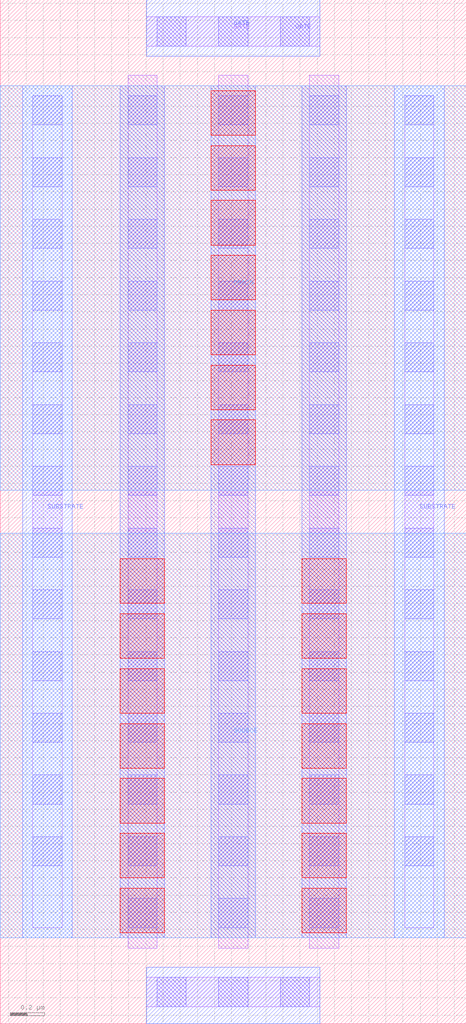
<source format=lef>
# Copyright 2020 The SkyWater PDK Authors
#
# Licensed under the Apache License, Version 2.0 (the "License");
# you may not use this file except in compliance with the License.
# You may obtain a copy of the License at
#
#     https://www.apache.org/licenses/LICENSE-2.0
#
# Unless required by applicable law or agreed to in writing, software
# distributed under the License is distributed on an "AS IS" BASIS,
# WITHOUT WARRANTIES OR CONDITIONS OF ANY KIND, either express or implied.
# See the License for the specific language governing permissions and
# limitations under the License.
#
# SPDX-License-Identifier: Apache-2.0

VERSION 5.7 ;
  NOWIREEXTENSIONATPIN ON ;
  DIVIDERCHAR "/" ;
  BUSBITCHARS "[]" ;
MACRO sky130_fd_pr__rf_nfet_01v8_aM02W5p00L0p25
  CLASS BLOCK ;
  FOREIGN sky130_fd_pr__rf_nfet_01v8_aM02W5p00L0p25 ;
  ORIGIN -0.050000 -0.050000 ;
  SIZE  2.720000 BY  5.970000 ;
  PIN DRAIN
    ANTENNADIFFAREA  1.414000 ;
    PORT
      LAYER met2 ;
        RECT 0.050000 3.160000 2.770000 5.520000 ;
    END
  END DRAIN
  PIN GATE
    ANTENNAGATEAREA  2.525000 ;
    PORT
      LAYER li1 ;
        RECT 0.905000 0.150000 1.915000 0.320000 ;
        RECT 0.905000 5.750000 1.915000 5.920000 ;
      LAYER mcon ;
        RECT 0.965000 0.150000 1.135000 0.320000 ;
        RECT 0.965000 5.750000 1.135000 5.920000 ;
        RECT 1.325000 0.150000 1.495000 0.320000 ;
        RECT 1.325000 5.750000 1.495000 5.920000 ;
        RECT 1.685000 0.150000 1.855000 0.320000 ;
        RECT 1.685000 5.750000 1.855000 5.920000 ;
    END
    PORT
      LAYER met1 ;
        RECT 0.905000 0.050000 1.915000 0.380000 ;
        RECT 0.905000 5.690000 1.915000 6.020000 ;
    END
  END GATE
  PIN SOURCE
    ANTENNADIFFAREA  2.828000 ;
    PORT
      LAYER met2 ;
        RECT 0.050000 0.550000 2.770000 2.910000 ;
    END
  END SOURCE
  PIN SUBSTRATE
    ANTENNADIFFAREA  1.464500 ;
    PORT
      LAYER met1 ;
        RECT 0.180000 0.550000 0.470000 5.520000 ;
    END
    PORT
      LAYER met1 ;
        RECT 2.350000 0.550000 2.640000 5.520000 ;
    END
  END SUBSTRATE
  OBS
    LAYER li1 ;
      RECT 0.240000 0.610000 0.410000 5.460000 ;
      RECT 0.795000 0.490000 0.965000 5.580000 ;
      RECT 1.325000 0.490000 1.495000 5.580000 ;
      RECT 1.855000 0.490000 2.025000 5.580000 ;
      RECT 2.410000 0.610000 2.580000 5.460000 ;
    LAYER mcon ;
      RECT 0.240000 0.970000 0.410000 1.140000 ;
      RECT 0.240000 1.330000 0.410000 1.500000 ;
      RECT 0.240000 1.690000 0.410000 1.860000 ;
      RECT 0.240000 2.050000 0.410000 2.220000 ;
      RECT 0.240000 2.410000 0.410000 2.580000 ;
      RECT 0.240000 2.770000 0.410000 2.940000 ;
      RECT 0.240000 3.130000 0.410000 3.300000 ;
      RECT 0.240000 3.490000 0.410000 3.660000 ;
      RECT 0.240000 3.850000 0.410000 4.020000 ;
      RECT 0.240000 4.210000 0.410000 4.380000 ;
      RECT 0.240000 4.570000 0.410000 4.740000 ;
      RECT 0.240000 4.930000 0.410000 5.100000 ;
      RECT 0.240000 5.290000 0.410000 5.460000 ;
      RECT 0.795000 0.610000 0.965000 0.780000 ;
      RECT 0.795000 0.970000 0.965000 1.140000 ;
      RECT 0.795000 1.330000 0.965000 1.500000 ;
      RECT 0.795000 1.690000 0.965000 1.860000 ;
      RECT 0.795000 2.050000 0.965000 2.220000 ;
      RECT 0.795000 2.410000 0.965000 2.580000 ;
      RECT 0.795000 2.770000 0.965000 2.940000 ;
      RECT 0.795000 3.130000 0.965000 3.300000 ;
      RECT 0.795000 3.490000 0.965000 3.660000 ;
      RECT 0.795000 3.850000 0.965000 4.020000 ;
      RECT 0.795000 4.210000 0.965000 4.380000 ;
      RECT 0.795000 4.570000 0.965000 4.740000 ;
      RECT 0.795000 4.930000 0.965000 5.100000 ;
      RECT 0.795000 5.290000 0.965000 5.460000 ;
      RECT 1.325000 0.610000 1.495000 0.780000 ;
      RECT 1.325000 0.970000 1.495000 1.140000 ;
      RECT 1.325000 1.330000 1.495000 1.500000 ;
      RECT 1.325000 1.690000 1.495000 1.860000 ;
      RECT 1.325000 2.050000 1.495000 2.220000 ;
      RECT 1.325000 2.410000 1.495000 2.580000 ;
      RECT 1.325000 2.770000 1.495000 2.940000 ;
      RECT 1.325000 3.130000 1.495000 3.300000 ;
      RECT 1.325000 3.490000 1.495000 3.660000 ;
      RECT 1.325000 3.850000 1.495000 4.020000 ;
      RECT 1.325000 4.210000 1.495000 4.380000 ;
      RECT 1.325000 4.570000 1.495000 4.740000 ;
      RECT 1.325000 4.930000 1.495000 5.100000 ;
      RECT 1.325000 5.290000 1.495000 5.460000 ;
      RECT 1.855000 0.610000 2.025000 0.780000 ;
      RECT 1.855000 0.970000 2.025000 1.140000 ;
      RECT 1.855000 1.330000 2.025000 1.500000 ;
      RECT 1.855000 1.690000 2.025000 1.860000 ;
      RECT 1.855000 2.050000 2.025000 2.220000 ;
      RECT 1.855000 2.410000 2.025000 2.580000 ;
      RECT 1.855000 2.770000 2.025000 2.940000 ;
      RECT 1.855000 3.130000 2.025000 3.300000 ;
      RECT 1.855000 3.490000 2.025000 3.660000 ;
      RECT 1.855000 3.850000 2.025000 4.020000 ;
      RECT 1.855000 4.210000 2.025000 4.380000 ;
      RECT 1.855000 4.570000 2.025000 4.740000 ;
      RECT 1.855000 4.930000 2.025000 5.100000 ;
      RECT 1.855000 5.290000 2.025000 5.460000 ;
      RECT 2.410000 0.970000 2.580000 1.140000 ;
      RECT 2.410000 1.330000 2.580000 1.500000 ;
      RECT 2.410000 1.690000 2.580000 1.860000 ;
      RECT 2.410000 2.050000 2.580000 2.220000 ;
      RECT 2.410000 2.410000 2.580000 2.580000 ;
      RECT 2.410000 2.770000 2.580000 2.940000 ;
      RECT 2.410000 3.130000 2.580000 3.300000 ;
      RECT 2.410000 3.490000 2.580000 3.660000 ;
      RECT 2.410000 3.850000 2.580000 4.020000 ;
      RECT 2.410000 4.210000 2.580000 4.380000 ;
      RECT 2.410000 4.570000 2.580000 4.740000 ;
      RECT 2.410000 4.930000 2.580000 5.100000 ;
      RECT 2.410000 5.290000 2.580000 5.460000 ;
    LAYER met1 ;
      RECT 0.750000 0.550000 1.010000 5.520000 ;
      RECT 1.280000 0.550000 1.540000 5.520000 ;
      RECT 1.810000 0.550000 2.070000 5.520000 ;
    LAYER via ;
      RECT 0.750000 0.580000 1.010000 0.840000 ;
      RECT 0.750000 0.900000 1.010000 1.160000 ;
      RECT 0.750000 1.220000 1.010000 1.480000 ;
      RECT 0.750000 1.540000 1.010000 1.800000 ;
      RECT 0.750000 1.860000 1.010000 2.120000 ;
      RECT 0.750000 2.180000 1.010000 2.440000 ;
      RECT 0.750000 2.500000 1.010000 2.760000 ;
      RECT 1.280000 3.310000 1.540000 3.570000 ;
      RECT 1.280000 3.630000 1.540000 3.890000 ;
      RECT 1.280000 3.950000 1.540000 4.210000 ;
      RECT 1.280000 4.270000 1.540000 4.530000 ;
      RECT 1.280000 4.590000 1.540000 4.850000 ;
      RECT 1.280000 4.910000 1.540000 5.170000 ;
      RECT 1.280000 5.230000 1.540000 5.490000 ;
      RECT 1.810000 0.580000 2.070000 0.840000 ;
      RECT 1.810000 0.900000 2.070000 1.160000 ;
      RECT 1.810000 1.220000 2.070000 1.480000 ;
      RECT 1.810000 1.540000 2.070000 1.800000 ;
      RECT 1.810000 1.860000 2.070000 2.120000 ;
      RECT 1.810000 2.180000 2.070000 2.440000 ;
      RECT 1.810000 2.500000 2.070000 2.760000 ;
  END
END sky130_fd_pr__rf_nfet_01v8_aM02W5p00L0p25
END LIBRARY

</source>
